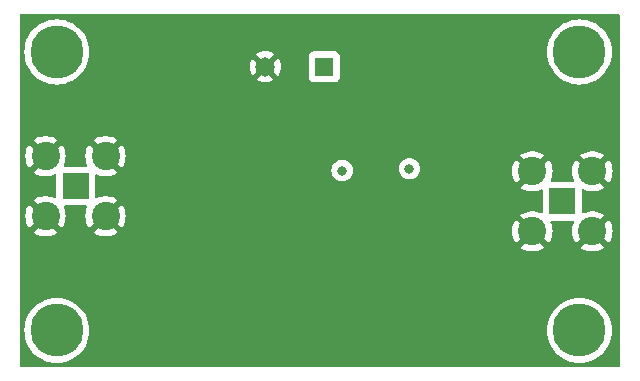
<source format=gbr>
%TF.GenerationSoftware,KiCad,Pcbnew,7.0.5*%
%TF.CreationDate,2023-11-04T20:08:50-04:00*%
%TF.ProjectId,LNA,4c4e412e-6b69-4636-9164-5f7063625858,rev?*%
%TF.SameCoordinates,Original*%
%TF.FileFunction,Copper,L4,Bot*%
%TF.FilePolarity,Positive*%
%FSLAX46Y46*%
G04 Gerber Fmt 4.6, Leading zero omitted, Abs format (unit mm)*
G04 Created by KiCad (PCBNEW 7.0.5) date 2023-11-04 20:08:50*
%MOMM*%
%LPD*%
G01*
G04 APERTURE LIST*
%TA.AperFunction,ComponentPad*%
%ADD10R,2.250000X2.250000*%
%TD*%
%TA.AperFunction,ComponentPad*%
%ADD11C,2.400000*%
%TD*%
%TA.AperFunction,ComponentPad*%
%ADD12C,4.500000*%
%TD*%
%TA.AperFunction,ComponentPad*%
%ADD13R,1.650000X1.650000*%
%TD*%
%TA.AperFunction,ComponentPad*%
%ADD14C,1.650000*%
%TD*%
%TA.AperFunction,ViaPad*%
%ADD15C,0.800000*%
%TD*%
G04 APERTURE END LIST*
D10*
%TO.P,J2,1,1*%
%TO.N,LNA_INPUT*%
X151355000Y-118710000D03*
D11*
%TO.P,J2,2,2*%
%TO.N,GND*%
X153895000Y-121250000D03*
%TO.P,J2,3,3*%
X153895000Y-116170000D03*
%TO.P,J2,4,4*%
X148815000Y-116170000D03*
%TO.P,J2,5,5*%
X148815000Y-121250000D03*
%TD*%
D12*
%TO.P,,1*%
%TO.N,N/C*%
X149770000Y-130930000D03*
%TD*%
D13*
%TO.P,J1,01,01*%
%TO.N,+3.3V*%
X172420000Y-108600000D03*
D14*
%TO.P,J1,02,02*%
%TO.N,GND*%
X167420000Y-108600000D03*
%TD*%
D12*
%TO.P,,1*%
%TO.N,N/C*%
X194020000Y-130930000D03*
%TD*%
%TO.P,,1*%
%TO.N,N/C*%
X149770000Y-107350000D03*
%TD*%
D10*
%TO.P,J3,1,1*%
%TO.N,LNA_OUTPUT*%
X192575000Y-120000000D03*
D11*
%TO.P,J3,2,2*%
%TO.N,GND*%
X190035000Y-117460000D03*
%TO.P,J3,3,3*%
X190035000Y-122540000D03*
%TO.P,J3,4,4*%
X195115000Y-122540000D03*
%TO.P,J3,5,5*%
X195115000Y-117460000D03*
%TD*%
D12*
%TO.P,,1*%
%TO.N,N/C*%
X194020000Y-107350000D03*
%TD*%
D15*
%TO.N,GND*%
X171610000Y-120100000D03*
X165652856Y-120100000D03*
X187960000Y-133350000D03*
X181610000Y-111760000D03*
X163890000Y-117470000D03*
X152400000Y-127000000D03*
X186809272Y-130222354D03*
X178868558Y-131194686D03*
X169520000Y-120080000D03*
X185890000Y-118650000D03*
X178808568Y-121320000D03*
X188468000Y-118872000D03*
X160315712Y-117470000D03*
X182287140Y-118630000D03*
X190500000Y-128270000D03*
X158515712Y-120020000D03*
X165100000Y-130810000D03*
X172720000Y-132080000D03*
X156210000Y-124460000D03*
X158708870Y-109317211D03*
X182771428Y-121320000D03*
X163830000Y-106680000D03*
X166242856Y-117540000D03*
X152400000Y-111760000D03*
X179360000Y-115830000D03*
X181095712Y-118630000D03*
X183962856Y-121320000D03*
X159707140Y-120020000D03*
X189230000Y-127000000D03*
X155176063Y-113498239D03*
X164461428Y-120100000D03*
X178712856Y-118630000D03*
X165051428Y-117540000D03*
X174470000Y-115860000D03*
X170420000Y-119530000D03*
X184150000Y-132080000D03*
X168035712Y-120100000D03*
X185420000Y-127000000D03*
X168910000Y-130810000D03*
X162090000Y-120020000D03*
X162209266Y-128050812D03*
X166357884Y-115572548D03*
X157480000Y-111760000D03*
X186971327Y-114697449D03*
X187730000Y-120980000D03*
X185448007Y-123221562D03*
X185154284Y-121320000D03*
X181610000Y-129540000D03*
X157480000Y-128270000D03*
X156741428Y-117470000D03*
X156132856Y-120020000D03*
X161290000Y-109220000D03*
X161507140Y-117470000D03*
X162954721Y-113012073D03*
X184670000Y-118630000D03*
X173990000Y-125730000D03*
X159746024Y-113919583D03*
X157324284Y-120020000D03*
X187651960Y-109479266D03*
X180391879Y-126559902D03*
X182880000Y-115570000D03*
X168625712Y-117540000D03*
X176530000Y-129540000D03*
X181180000Y-107610000D03*
X171008568Y-117540000D03*
X187960000Y-107950000D03*
X176425712Y-121320000D03*
X148590000Y-111760000D03*
X162698568Y-117470000D03*
X153670000Y-109220000D03*
X179904284Y-118630000D03*
X172200000Y-117540000D03*
X167434284Y-117540000D03*
X169696224Y-114243694D03*
X170180000Y-128270000D03*
X185420000Y-107950000D03*
X177521428Y-118630000D03*
X149860000Y-113030000D03*
X195657495Y-111974919D03*
X184150000Y-111760000D03*
X177617140Y-121320000D03*
X157480000Y-130810000D03*
X186560000Y-121270000D03*
X169817140Y-117540000D03*
X176530000Y-124460000D03*
X180000000Y-121320000D03*
X162403732Y-111002586D03*
X160898568Y-120020000D03*
X172418755Y-115442904D03*
X165100000Y-125730000D03*
X189230000Y-111760000D03*
X161290000Y-111760000D03*
X162533377Y-115507726D03*
X187110000Y-118830000D03*
X159124284Y-117470000D03*
X160199779Y-106497447D03*
X148590000Y-124460000D03*
X166844284Y-120100000D03*
X157932856Y-117470000D03*
X160020000Y-124460000D03*
X167640000Y-124460000D03*
X154592663Y-106043692D03*
X183478568Y-118630000D03*
X156210000Y-106680000D03*
%TO.N,+3.3V*%
X173920000Y-117400000D03*
X179630000Y-117240000D03*
%TD*%
%TA.AperFunction,Conductor*%
%TO.N,GND*%
G36*
X197392539Y-104130185D02*
G01*
X197438294Y-104182989D01*
X197449500Y-104234500D01*
X197449500Y-133915500D01*
X197429815Y-133982539D01*
X197377011Y-134028294D01*
X197325500Y-134039500D01*
X146774500Y-134039500D01*
X146707461Y-134019815D01*
X146661706Y-133967011D01*
X146650500Y-133915500D01*
X146650500Y-130930000D01*
X147014473Y-130930000D01*
X147034563Y-131262136D01*
X147034563Y-131262141D01*
X147034564Y-131262142D01*
X147094544Y-131589441D01*
X147094545Y-131589445D01*
X147094546Y-131589449D01*
X147193530Y-131907104D01*
X147193534Y-131907116D01*
X147193537Y-131907123D01*
X147330102Y-132210557D01*
X147502246Y-132495318D01*
X147502251Y-132495326D01*
X147707460Y-132757255D01*
X147942744Y-132992539D01*
X148204673Y-133197748D01*
X148204678Y-133197751D01*
X148204682Y-133197754D01*
X148489443Y-133369898D01*
X148792877Y-133506463D01*
X148792890Y-133506467D01*
X148792895Y-133506469D01*
X149004665Y-133572458D01*
X149110559Y-133605456D01*
X149437858Y-133665436D01*
X149770000Y-133685527D01*
X150102142Y-133665436D01*
X150429441Y-133605456D01*
X150747123Y-133506463D01*
X151050557Y-133369898D01*
X151335318Y-133197754D01*
X151597252Y-132992542D01*
X151832542Y-132757252D01*
X152037754Y-132495318D01*
X152209898Y-132210557D01*
X152346463Y-131907123D01*
X152445456Y-131589441D01*
X152505436Y-131262142D01*
X152525527Y-130930000D01*
X152525527Y-130929999D01*
X191264473Y-130929999D01*
X191284563Y-131262136D01*
X191284563Y-131262141D01*
X191284564Y-131262142D01*
X191344544Y-131589441D01*
X191344545Y-131589445D01*
X191344546Y-131589449D01*
X191443530Y-131907104D01*
X191443534Y-131907116D01*
X191443537Y-131907123D01*
X191580102Y-132210557D01*
X191752246Y-132495318D01*
X191752251Y-132495326D01*
X191957460Y-132757255D01*
X192192744Y-132992539D01*
X192454673Y-133197748D01*
X192454678Y-133197751D01*
X192454682Y-133197754D01*
X192739443Y-133369898D01*
X193042877Y-133506463D01*
X193042890Y-133506467D01*
X193042895Y-133506469D01*
X193254665Y-133572458D01*
X193360559Y-133605456D01*
X193687858Y-133665436D01*
X194020000Y-133685527D01*
X194352142Y-133665436D01*
X194679441Y-133605456D01*
X194997123Y-133506463D01*
X195300557Y-133369898D01*
X195585318Y-133197754D01*
X195847252Y-132992542D01*
X196082542Y-132757252D01*
X196287754Y-132495318D01*
X196459898Y-132210557D01*
X196596463Y-131907123D01*
X196695456Y-131589441D01*
X196755436Y-131262142D01*
X196775527Y-130930000D01*
X196755436Y-130597858D01*
X196695456Y-130270559D01*
X196596463Y-129952877D01*
X196459898Y-129649443D01*
X196287754Y-129364682D01*
X196287751Y-129364678D01*
X196287748Y-129364673D01*
X196082539Y-129102744D01*
X195847255Y-128867460D01*
X195585326Y-128662251D01*
X195585318Y-128662246D01*
X195300557Y-128490102D01*
X194997123Y-128353537D01*
X194997116Y-128353534D01*
X194997104Y-128353530D01*
X194679449Y-128254546D01*
X194679445Y-128254545D01*
X194679441Y-128254544D01*
X194352142Y-128194564D01*
X194352141Y-128194563D01*
X194352136Y-128194563D01*
X194020000Y-128174473D01*
X193687863Y-128194563D01*
X193687857Y-128194564D01*
X193687858Y-128194564D01*
X193360559Y-128254544D01*
X193360556Y-128254544D01*
X193360550Y-128254546D01*
X193042895Y-128353530D01*
X193042879Y-128353536D01*
X193042877Y-128353537D01*
X192849656Y-128440498D01*
X192739447Y-128490100D01*
X192739445Y-128490101D01*
X192454673Y-128662251D01*
X192192744Y-128867460D01*
X191957460Y-129102744D01*
X191752251Y-129364673D01*
X191580101Y-129649445D01*
X191580100Y-129649447D01*
X191443536Y-129952880D01*
X191443530Y-129952895D01*
X191344546Y-130270550D01*
X191284563Y-130597863D01*
X191264473Y-130929999D01*
X152525527Y-130929999D01*
X152505436Y-130597858D01*
X152445456Y-130270559D01*
X152346463Y-129952877D01*
X152209898Y-129649443D01*
X152037754Y-129364682D01*
X152037751Y-129364678D01*
X152037748Y-129364673D01*
X151832539Y-129102744D01*
X151597255Y-128867460D01*
X151335326Y-128662251D01*
X151335318Y-128662246D01*
X151050557Y-128490102D01*
X150747123Y-128353537D01*
X150747116Y-128353534D01*
X150747104Y-128353530D01*
X150429449Y-128254546D01*
X150429445Y-128254545D01*
X150429441Y-128254544D01*
X150102142Y-128194564D01*
X150102141Y-128194563D01*
X150102136Y-128194563D01*
X149770000Y-128174473D01*
X149437863Y-128194563D01*
X149437857Y-128194564D01*
X149437858Y-128194564D01*
X149110559Y-128254544D01*
X149110556Y-128254544D01*
X149110550Y-128254546D01*
X148792895Y-128353530D01*
X148792879Y-128353536D01*
X148792877Y-128353537D01*
X148599656Y-128440498D01*
X148489447Y-128490100D01*
X148489445Y-128490101D01*
X148204673Y-128662251D01*
X147942744Y-128867460D01*
X147707460Y-129102744D01*
X147502251Y-129364673D01*
X147330101Y-129649445D01*
X147330100Y-129649447D01*
X147193536Y-129952880D01*
X147193530Y-129952895D01*
X147094546Y-130270550D01*
X147034563Y-130597863D01*
X147014473Y-130930000D01*
X146650500Y-130930000D01*
X146650500Y-121250004D01*
X147110233Y-121250004D01*
X147129273Y-121504079D01*
X147185968Y-121752477D01*
X147185973Y-121752494D01*
X147279058Y-121989671D01*
X147279057Y-121989671D01*
X147406457Y-122210332D01*
X147448452Y-122262993D01*
X147448453Y-122262993D01*
X148098338Y-121613108D01*
X148185577Y-121751948D01*
X148313052Y-121879423D01*
X148451890Y-121966661D01*
X147801813Y-122616737D01*
X147962623Y-122726375D01*
X147962624Y-122726376D01*
X148192176Y-122836921D01*
X148192174Y-122836921D01*
X148435652Y-122912024D01*
X148435658Y-122912026D01*
X148687595Y-122949999D01*
X148687604Y-122950000D01*
X148942396Y-122950000D01*
X148942404Y-122949999D01*
X149194341Y-122912026D01*
X149194347Y-122912024D01*
X149437824Y-122836921D01*
X149667381Y-122726373D01*
X149828185Y-122616737D01*
X149178108Y-121966661D01*
X149316948Y-121879423D01*
X149444423Y-121751948D01*
X149531661Y-121613108D01*
X150181545Y-122262993D01*
X150223545Y-122210327D01*
X150350941Y-121989671D01*
X150444026Y-121752494D01*
X150444031Y-121752477D01*
X150500726Y-121504079D01*
X150519767Y-121250004D01*
X150519767Y-121249995D01*
X150500726Y-120995920D01*
X150444031Y-120747522D01*
X150444026Y-120747505D01*
X150349247Y-120506010D01*
X150351051Y-120505301D01*
X150341023Y-120444341D01*
X150368755Y-120380210D01*
X150426756Y-120341254D01*
X150464087Y-120335499D01*
X152245907Y-120335499D01*
X152312946Y-120355184D01*
X152358701Y-120407988D01*
X152368645Y-120477146D01*
X152359947Y-120505693D01*
X152360753Y-120506010D01*
X152265973Y-120747505D01*
X152265968Y-120747522D01*
X152209273Y-120995920D01*
X152190233Y-121249995D01*
X152190233Y-121250004D01*
X152209273Y-121504079D01*
X152265968Y-121752477D01*
X152265973Y-121752494D01*
X152359058Y-121989671D01*
X152359057Y-121989671D01*
X152486457Y-122210332D01*
X152528452Y-122262993D01*
X153178338Y-121613107D01*
X153265577Y-121751948D01*
X153393052Y-121879423D01*
X153531890Y-121966661D01*
X152881813Y-122616737D01*
X153042623Y-122726375D01*
X153042624Y-122726376D01*
X153272176Y-122836921D01*
X153272174Y-122836921D01*
X153515652Y-122912024D01*
X153515658Y-122912026D01*
X153767595Y-122949999D01*
X153767604Y-122950000D01*
X154022396Y-122950000D01*
X154022404Y-122949999D01*
X154274341Y-122912026D01*
X154274347Y-122912024D01*
X154517824Y-122836921D01*
X154747381Y-122726373D01*
X154908185Y-122616737D01*
X154831452Y-122540004D01*
X188330233Y-122540004D01*
X188349273Y-122794079D01*
X188405968Y-123042477D01*
X188405973Y-123042494D01*
X188499058Y-123279671D01*
X188499057Y-123279671D01*
X188626457Y-123500332D01*
X188668452Y-123552993D01*
X188668453Y-123552993D01*
X189318338Y-122903108D01*
X189405577Y-123041948D01*
X189533052Y-123169423D01*
X189671890Y-123256660D01*
X189021813Y-123906737D01*
X189182623Y-124016375D01*
X189182624Y-124016376D01*
X189412176Y-124126921D01*
X189412174Y-124126921D01*
X189655652Y-124202024D01*
X189655658Y-124202026D01*
X189907595Y-124239999D01*
X189907604Y-124240000D01*
X190162396Y-124240000D01*
X190162404Y-124239999D01*
X190414341Y-124202026D01*
X190414347Y-124202024D01*
X190657824Y-124126921D01*
X190887381Y-124016373D01*
X191048185Y-123906737D01*
X190398109Y-123256660D01*
X190536948Y-123169423D01*
X190664423Y-123041948D01*
X190751661Y-122903108D01*
X191401545Y-123552993D01*
X191443545Y-123500327D01*
X191570941Y-123279671D01*
X191664026Y-123042494D01*
X191664031Y-123042477D01*
X191720726Y-122794079D01*
X191739767Y-122540004D01*
X191739767Y-122539995D01*
X191720726Y-122285920D01*
X191664031Y-122037522D01*
X191664026Y-122037505D01*
X191569247Y-121796010D01*
X191571051Y-121795301D01*
X191561023Y-121734341D01*
X191588755Y-121670210D01*
X191646756Y-121631254D01*
X191684087Y-121625499D01*
X193465907Y-121625499D01*
X193532946Y-121645184D01*
X193578701Y-121697988D01*
X193588645Y-121767146D01*
X193579947Y-121795693D01*
X193580753Y-121796010D01*
X193485973Y-122037505D01*
X193485968Y-122037522D01*
X193429273Y-122285920D01*
X193410233Y-122539995D01*
X193410233Y-122540004D01*
X193429273Y-122794079D01*
X193485968Y-123042477D01*
X193485973Y-123042494D01*
X193579058Y-123279671D01*
X193579057Y-123279671D01*
X193706457Y-123500332D01*
X193748452Y-123552993D01*
X194398338Y-122903107D01*
X194485577Y-123041948D01*
X194613052Y-123169423D01*
X194751890Y-123256661D01*
X194101813Y-123906737D01*
X194262623Y-124016375D01*
X194262624Y-124016376D01*
X194492176Y-124126921D01*
X194492174Y-124126921D01*
X194735652Y-124202024D01*
X194735658Y-124202026D01*
X194987595Y-124239999D01*
X194987604Y-124240000D01*
X195242396Y-124240000D01*
X195242404Y-124239999D01*
X195494341Y-124202026D01*
X195494347Y-124202024D01*
X195737824Y-124126921D01*
X195967381Y-124016373D01*
X196128185Y-123906737D01*
X195478108Y-123256661D01*
X195616948Y-123169423D01*
X195744423Y-123041948D01*
X195831661Y-122903108D01*
X196481545Y-123552993D01*
X196523545Y-123500327D01*
X196650941Y-123279671D01*
X196744026Y-123042494D01*
X196744031Y-123042477D01*
X196800726Y-122794079D01*
X196819767Y-122540004D01*
X196819767Y-122539995D01*
X196800726Y-122285920D01*
X196744031Y-122037522D01*
X196744026Y-122037505D01*
X196650941Y-121800328D01*
X196650942Y-121800328D01*
X196523544Y-121579671D01*
X196481546Y-121527006D01*
X195831661Y-122176890D01*
X195744423Y-122038052D01*
X195616948Y-121910577D01*
X195478108Y-121823338D01*
X196128185Y-121173261D01*
X195967377Y-121063624D01*
X195967376Y-121063623D01*
X195737823Y-120953078D01*
X195737825Y-120953078D01*
X195494347Y-120877975D01*
X195494341Y-120877973D01*
X195242404Y-120840000D01*
X194987595Y-120840000D01*
X194735658Y-120877973D01*
X194735652Y-120877975D01*
X194492175Y-120953078D01*
X194378300Y-121007918D01*
X194309359Y-121019270D01*
X194245225Y-120991548D01*
X194206259Y-120933552D01*
X194200499Y-120896203D01*
X194200499Y-119103801D01*
X194220184Y-119036763D01*
X194272988Y-118991008D01*
X194342146Y-118981064D01*
X194378300Y-118992082D01*
X194492176Y-119046921D01*
X194492174Y-119046921D01*
X194735652Y-119122024D01*
X194735658Y-119122026D01*
X194987595Y-119159999D01*
X194987604Y-119160000D01*
X195242396Y-119160000D01*
X195242404Y-119159999D01*
X195494341Y-119122026D01*
X195494347Y-119122024D01*
X195737824Y-119046921D01*
X195967381Y-118936373D01*
X196128185Y-118826737D01*
X195478108Y-118176661D01*
X195616948Y-118089423D01*
X195744423Y-117961948D01*
X195831661Y-117823108D01*
X196481545Y-118472993D01*
X196523545Y-118420327D01*
X196650941Y-118199671D01*
X196744026Y-117962494D01*
X196744031Y-117962477D01*
X196800726Y-117714079D01*
X196819767Y-117460004D01*
X196819767Y-117459995D01*
X196800726Y-117205920D01*
X196744031Y-116957522D01*
X196744026Y-116957505D01*
X196650941Y-116720328D01*
X196650942Y-116720328D01*
X196523544Y-116499671D01*
X196481546Y-116447006D01*
X195831661Y-117096890D01*
X195744423Y-116958052D01*
X195616948Y-116830577D01*
X195478108Y-116743338D01*
X196128185Y-116093261D01*
X195967377Y-115983624D01*
X195967376Y-115983623D01*
X195737823Y-115873078D01*
X195737825Y-115873078D01*
X195494347Y-115797975D01*
X195494341Y-115797973D01*
X195242404Y-115760000D01*
X194987595Y-115760000D01*
X194735658Y-115797973D01*
X194735652Y-115797975D01*
X194492175Y-115873078D01*
X194262624Y-115983623D01*
X194262616Y-115983628D01*
X194101813Y-116093261D01*
X194751891Y-116743338D01*
X194613052Y-116830577D01*
X194485577Y-116958052D01*
X194398338Y-117096891D01*
X193748453Y-116447006D01*
X193706455Y-116499670D01*
X193579058Y-116720328D01*
X193485973Y-116957505D01*
X193485968Y-116957522D01*
X193429273Y-117205920D01*
X193410233Y-117459995D01*
X193410233Y-117460004D01*
X193429273Y-117714079D01*
X193485968Y-117962477D01*
X193485973Y-117962494D01*
X193580753Y-118203990D01*
X193578940Y-118204701D01*
X193588982Y-118265618D01*
X193561271Y-118329758D01*
X193503282Y-118368733D01*
X193465907Y-118374500D01*
X191684093Y-118374500D01*
X191617054Y-118354815D01*
X191571299Y-118302011D01*
X191561355Y-118232853D01*
X191570056Y-118204307D01*
X191569247Y-118203990D01*
X191664026Y-117962494D01*
X191664031Y-117962477D01*
X191720726Y-117714079D01*
X191739767Y-117460004D01*
X191739767Y-117459995D01*
X191720726Y-117205920D01*
X191664031Y-116957522D01*
X191664026Y-116957505D01*
X191570941Y-116720328D01*
X191570942Y-116720328D01*
X191443544Y-116499671D01*
X191401545Y-116447005D01*
X190751660Y-117096890D01*
X190664423Y-116958052D01*
X190536948Y-116830577D01*
X190398108Y-116743338D01*
X191048185Y-116093261D01*
X190887377Y-115983624D01*
X190887376Y-115983623D01*
X190657823Y-115873078D01*
X190657825Y-115873078D01*
X190414347Y-115797975D01*
X190414341Y-115797973D01*
X190162404Y-115760000D01*
X189907595Y-115760000D01*
X189655658Y-115797973D01*
X189655652Y-115797975D01*
X189412175Y-115873078D01*
X189182624Y-115983623D01*
X189182616Y-115983628D01*
X189021813Y-116093261D01*
X189671891Y-116743338D01*
X189533052Y-116830577D01*
X189405577Y-116958052D01*
X189318338Y-117096891D01*
X188668453Y-116447006D01*
X188626455Y-116499670D01*
X188499058Y-116720328D01*
X188405973Y-116957505D01*
X188405968Y-116957522D01*
X188349273Y-117205920D01*
X188330233Y-117459995D01*
X188330233Y-117460004D01*
X188349273Y-117714079D01*
X188405968Y-117962477D01*
X188405973Y-117962494D01*
X188499058Y-118199671D01*
X188499057Y-118199671D01*
X188626457Y-118420332D01*
X188668452Y-118472993D01*
X188668453Y-118472993D01*
X189318338Y-117823108D01*
X189405577Y-117961948D01*
X189533052Y-118089423D01*
X189671890Y-118176661D01*
X189021813Y-118826737D01*
X189182623Y-118936375D01*
X189182624Y-118936376D01*
X189412176Y-119046921D01*
X189412174Y-119046921D01*
X189655652Y-119122024D01*
X189655658Y-119122026D01*
X189907595Y-119159999D01*
X189907604Y-119160000D01*
X190162396Y-119160000D01*
X190162404Y-119159999D01*
X190414341Y-119122026D01*
X190414347Y-119122024D01*
X190657821Y-119046922D01*
X190771698Y-118992082D01*
X190840639Y-118980730D01*
X190904774Y-119008452D01*
X190943740Y-119066447D01*
X190949500Y-119103802D01*
X190949500Y-120896197D01*
X190929815Y-120963236D01*
X190877011Y-121008991D01*
X190807853Y-121018935D01*
X190771699Y-121007917D01*
X190657823Y-120953078D01*
X190657825Y-120953078D01*
X190414347Y-120877975D01*
X190414341Y-120877973D01*
X190162404Y-120840000D01*
X189907595Y-120840000D01*
X189655658Y-120877973D01*
X189655652Y-120877975D01*
X189412175Y-120953078D01*
X189182624Y-121063623D01*
X189182616Y-121063628D01*
X189021813Y-121173261D01*
X189671891Y-121823338D01*
X189533052Y-121910577D01*
X189405577Y-122038052D01*
X189318338Y-122176891D01*
X188668453Y-121527006D01*
X188626455Y-121579670D01*
X188499058Y-121800328D01*
X188405973Y-122037505D01*
X188405968Y-122037522D01*
X188349273Y-122285920D01*
X188330233Y-122539995D01*
X188330233Y-122540004D01*
X154831452Y-122540004D01*
X154258108Y-121966661D01*
X154396948Y-121879423D01*
X154524423Y-121751948D01*
X154611661Y-121613109D01*
X155261545Y-122262993D01*
X155303545Y-122210327D01*
X155430941Y-121989671D01*
X155524026Y-121752494D01*
X155524031Y-121752477D01*
X155580726Y-121504079D01*
X155599767Y-121250004D01*
X155599767Y-121249995D01*
X155580726Y-120995920D01*
X155524031Y-120747522D01*
X155524026Y-120747505D01*
X155430941Y-120510328D01*
X155430942Y-120510328D01*
X155303544Y-120289671D01*
X155261545Y-120237005D01*
X154611660Y-120886890D01*
X154524423Y-120748052D01*
X154396948Y-120620577D01*
X154258108Y-120533338D01*
X154908185Y-119883261D01*
X154747377Y-119773624D01*
X154747376Y-119773623D01*
X154517823Y-119663078D01*
X154517825Y-119663078D01*
X154274347Y-119587975D01*
X154274341Y-119587973D01*
X154022404Y-119550000D01*
X153767595Y-119550000D01*
X153515658Y-119587973D01*
X153515652Y-119587975D01*
X153272175Y-119663078D01*
X153158300Y-119717918D01*
X153089359Y-119729270D01*
X153025225Y-119701548D01*
X152986259Y-119643552D01*
X152980499Y-119606203D01*
X152980499Y-117813801D01*
X153000184Y-117746763D01*
X153052988Y-117701008D01*
X153122146Y-117691064D01*
X153158300Y-117702082D01*
X153272176Y-117756921D01*
X153272174Y-117756921D01*
X153515652Y-117832024D01*
X153515658Y-117832026D01*
X153767595Y-117869999D01*
X153767604Y-117870000D01*
X154022396Y-117870000D01*
X154022404Y-117869999D01*
X154274341Y-117832026D01*
X154274347Y-117832024D01*
X154517824Y-117756921D01*
X154747381Y-117646373D01*
X154908185Y-117536737D01*
X154771448Y-117400000D01*
X173014540Y-117400000D01*
X173034326Y-117588256D01*
X173034327Y-117588259D01*
X173092818Y-117768277D01*
X173092821Y-117768284D01*
X173187467Y-117932216D01*
X173214730Y-117962494D01*
X173314129Y-118072888D01*
X173467265Y-118184148D01*
X173467270Y-118184151D01*
X173640192Y-118261142D01*
X173640197Y-118261144D01*
X173825354Y-118300500D01*
X173825355Y-118300500D01*
X174014644Y-118300500D01*
X174014646Y-118300500D01*
X174199803Y-118261144D01*
X174372730Y-118184151D01*
X174525871Y-118072888D01*
X174652533Y-117932216D01*
X174747179Y-117768284D01*
X174805674Y-117588256D01*
X174825460Y-117400000D01*
X174808644Y-117240000D01*
X178724540Y-117240000D01*
X178744326Y-117428256D01*
X178744327Y-117428259D01*
X178802818Y-117608277D01*
X178802821Y-117608284D01*
X178897467Y-117772216D01*
X179024128Y-117912888D01*
X179024129Y-117912888D01*
X179177265Y-118024148D01*
X179177270Y-118024151D01*
X179350192Y-118101142D01*
X179350197Y-118101144D01*
X179535354Y-118140500D01*
X179535355Y-118140500D01*
X179724644Y-118140500D01*
X179724646Y-118140500D01*
X179909803Y-118101144D01*
X180082730Y-118024151D01*
X180235871Y-117912888D01*
X180362533Y-117772216D01*
X180457179Y-117608284D01*
X180515674Y-117428256D01*
X180535460Y-117240000D01*
X180515674Y-117051744D01*
X180457179Y-116871716D01*
X180362533Y-116707784D01*
X180235871Y-116567112D01*
X180235870Y-116567111D01*
X180082734Y-116455851D01*
X180082729Y-116455848D01*
X179909807Y-116378857D01*
X179909802Y-116378855D01*
X179764001Y-116347865D01*
X179724646Y-116339500D01*
X179535354Y-116339500D01*
X179502897Y-116346398D01*
X179350197Y-116378855D01*
X179350192Y-116378857D01*
X179177270Y-116455848D01*
X179177265Y-116455851D01*
X179024129Y-116567111D01*
X178897466Y-116707785D01*
X178802821Y-116871715D01*
X178802818Y-116871722D01*
X178744327Y-117051740D01*
X178744326Y-117051744D01*
X178724540Y-117240000D01*
X174808644Y-117240000D01*
X174805674Y-117211744D01*
X174747179Y-117031716D01*
X174652533Y-116867784D01*
X174525871Y-116727112D01*
X174499270Y-116707785D01*
X174372734Y-116615851D01*
X174372729Y-116615848D01*
X174199807Y-116538857D01*
X174199802Y-116538855D01*
X174015450Y-116499671D01*
X174014646Y-116499500D01*
X173825354Y-116499500D01*
X173824550Y-116499671D01*
X173640197Y-116538855D01*
X173640192Y-116538857D01*
X173467270Y-116615848D01*
X173467265Y-116615851D01*
X173314129Y-116727111D01*
X173187466Y-116867785D01*
X173092821Y-117031715D01*
X173092818Y-117031722D01*
X173036218Y-117205920D01*
X173034326Y-117211744D01*
X173014540Y-117400000D01*
X154771448Y-117400000D01*
X154258108Y-116886661D01*
X154396948Y-116799423D01*
X154524423Y-116671948D01*
X154611661Y-116533108D01*
X155261545Y-117182993D01*
X155303545Y-117130327D01*
X155430941Y-116909671D01*
X155524026Y-116672494D01*
X155524031Y-116672477D01*
X155580726Y-116424079D01*
X155599767Y-116170004D01*
X155599767Y-116169995D01*
X155580726Y-115915920D01*
X155524031Y-115667522D01*
X155524026Y-115667505D01*
X155430941Y-115430328D01*
X155430942Y-115430328D01*
X155303544Y-115209671D01*
X155261546Y-115157006D01*
X154611661Y-115806890D01*
X154524423Y-115668052D01*
X154396948Y-115540577D01*
X154258108Y-115453338D01*
X154908185Y-114803261D01*
X154747377Y-114693624D01*
X154747376Y-114693623D01*
X154517823Y-114583078D01*
X154517825Y-114583078D01*
X154274347Y-114507975D01*
X154274341Y-114507973D01*
X154022404Y-114470000D01*
X153767595Y-114470000D01*
X153515658Y-114507973D01*
X153515652Y-114507975D01*
X153272175Y-114583078D01*
X153042624Y-114693623D01*
X153042616Y-114693628D01*
X152881813Y-114803261D01*
X153531891Y-115453338D01*
X153393052Y-115540577D01*
X153265577Y-115668052D01*
X153178338Y-115806891D01*
X152528453Y-115157006D01*
X152486455Y-115209670D01*
X152359058Y-115430328D01*
X152265973Y-115667505D01*
X152265968Y-115667522D01*
X152209273Y-115915920D01*
X152190233Y-116169995D01*
X152190233Y-116170004D01*
X152209273Y-116424079D01*
X152265968Y-116672477D01*
X152265973Y-116672494D01*
X152360753Y-116913990D01*
X152358940Y-116914701D01*
X152368982Y-116975618D01*
X152341271Y-117039758D01*
X152283282Y-117078733D01*
X152245907Y-117084500D01*
X150464093Y-117084500D01*
X150397054Y-117064815D01*
X150351299Y-117012011D01*
X150341355Y-116942853D01*
X150350056Y-116914307D01*
X150349247Y-116913990D01*
X150444026Y-116672494D01*
X150444031Y-116672477D01*
X150500726Y-116424079D01*
X150519767Y-116170004D01*
X150519767Y-116169995D01*
X150500726Y-115915920D01*
X150444031Y-115667522D01*
X150444026Y-115667505D01*
X150350941Y-115430328D01*
X150350942Y-115430328D01*
X150223544Y-115209671D01*
X150181545Y-115157005D01*
X149531660Y-115806890D01*
X149444423Y-115668052D01*
X149316948Y-115540577D01*
X149178108Y-115453338D01*
X149828185Y-114803261D01*
X149667377Y-114693624D01*
X149667376Y-114693623D01*
X149437823Y-114583078D01*
X149437825Y-114583078D01*
X149194347Y-114507975D01*
X149194341Y-114507973D01*
X148942404Y-114470000D01*
X148687595Y-114470000D01*
X148435658Y-114507973D01*
X148435652Y-114507975D01*
X148192175Y-114583078D01*
X147962624Y-114693623D01*
X147962616Y-114693628D01*
X147801813Y-114803261D01*
X148451891Y-115453338D01*
X148313052Y-115540577D01*
X148185577Y-115668052D01*
X148098339Y-115806890D01*
X147448453Y-115157006D01*
X147406455Y-115209670D01*
X147279058Y-115430328D01*
X147185973Y-115667505D01*
X147185968Y-115667522D01*
X147129273Y-115915920D01*
X147110233Y-116169995D01*
X147110233Y-116170004D01*
X147129273Y-116424079D01*
X147185968Y-116672477D01*
X147185973Y-116672494D01*
X147279058Y-116909671D01*
X147279057Y-116909671D01*
X147406457Y-117130332D01*
X147448452Y-117182993D01*
X148098338Y-116533107D01*
X148185577Y-116671948D01*
X148313052Y-116799423D01*
X148451890Y-116886661D01*
X147801813Y-117536737D01*
X147962623Y-117646375D01*
X147962624Y-117646376D01*
X148192176Y-117756921D01*
X148192174Y-117756921D01*
X148435652Y-117832024D01*
X148435658Y-117832026D01*
X148687595Y-117869999D01*
X148687604Y-117870000D01*
X148942396Y-117870000D01*
X148942404Y-117869999D01*
X149194341Y-117832026D01*
X149194347Y-117832024D01*
X149437821Y-117756922D01*
X149551698Y-117702082D01*
X149620639Y-117690730D01*
X149684774Y-117718452D01*
X149723740Y-117776447D01*
X149729500Y-117813802D01*
X149729500Y-119606197D01*
X149709815Y-119673236D01*
X149657011Y-119718991D01*
X149587853Y-119728935D01*
X149551699Y-119717917D01*
X149437823Y-119663078D01*
X149437825Y-119663078D01*
X149194347Y-119587975D01*
X149194341Y-119587973D01*
X148942404Y-119550000D01*
X148687595Y-119550000D01*
X148435658Y-119587973D01*
X148435652Y-119587975D01*
X148192175Y-119663078D01*
X147962624Y-119773623D01*
X147962616Y-119773628D01*
X147801813Y-119883261D01*
X148451891Y-120533338D01*
X148313052Y-120620577D01*
X148185577Y-120748052D01*
X148098338Y-120886891D01*
X147448453Y-120237006D01*
X147406455Y-120289670D01*
X147279058Y-120510328D01*
X147185973Y-120747505D01*
X147185968Y-120747522D01*
X147129273Y-120995920D01*
X147110233Y-121249995D01*
X147110233Y-121250004D01*
X146650500Y-121250004D01*
X146650500Y-107349999D01*
X147014473Y-107349999D01*
X147034563Y-107682136D01*
X147034563Y-107682141D01*
X147034564Y-107682142D01*
X147094544Y-108009441D01*
X147094545Y-108009445D01*
X147094546Y-108009449D01*
X147193530Y-108327104D01*
X147193534Y-108327116D01*
X147193537Y-108327123D01*
X147330102Y-108630557D01*
X147502246Y-108915318D01*
X147502251Y-108915326D01*
X147707460Y-109177255D01*
X147942744Y-109412539D01*
X148204673Y-109617748D01*
X148204678Y-109617751D01*
X148204682Y-109617754D01*
X148489443Y-109789898D01*
X148792877Y-109926463D01*
X148792890Y-109926467D01*
X148792895Y-109926469D01*
X149004665Y-109992458D01*
X149110559Y-110025456D01*
X149437858Y-110085436D01*
X149770000Y-110105527D01*
X150102142Y-110085436D01*
X150429441Y-110025456D01*
X150747123Y-109926463D01*
X151050557Y-109789898D01*
X151335318Y-109617754D01*
X151597252Y-109412542D01*
X151832542Y-109177252D01*
X152037754Y-108915318D01*
X152209898Y-108630557D01*
X152223651Y-108600000D01*
X166089939Y-108600000D01*
X166110145Y-108830958D01*
X166110147Y-108830968D01*
X166170148Y-109054900D01*
X166170152Y-109054909D01*
X166268132Y-109265029D01*
X166268133Y-109265031D01*
X166323023Y-109343422D01*
X166323024Y-109343423D01*
X166817452Y-108848994D01*
X166827188Y-108878956D01*
X166915186Y-109017619D01*
X167034903Y-109130040D01*
X167169510Y-109204041D01*
X166676575Y-109696975D01*
X166754973Y-109751868D01*
X166965090Y-109849847D01*
X166965099Y-109849851D01*
X167189031Y-109909852D01*
X167189041Y-109909854D01*
X167419999Y-109930061D01*
X167420001Y-109930061D01*
X167650958Y-109909854D01*
X167650968Y-109909852D01*
X167874900Y-109849851D01*
X167874909Y-109849847D01*
X168085030Y-109751867D01*
X168163423Y-109696975D01*
X167939318Y-109472870D01*
X171094500Y-109472870D01*
X171094501Y-109472876D01*
X171100908Y-109532483D01*
X171151202Y-109667328D01*
X171151206Y-109667335D01*
X171237452Y-109782544D01*
X171237455Y-109782547D01*
X171352664Y-109868793D01*
X171352671Y-109868797D01*
X171487517Y-109919091D01*
X171487516Y-109919091D01*
X171494444Y-109919835D01*
X171547127Y-109925500D01*
X173292872Y-109925499D01*
X173352483Y-109919091D01*
X173487331Y-109868796D01*
X173602546Y-109782546D01*
X173688796Y-109667331D01*
X173739091Y-109532483D01*
X173745500Y-109472873D01*
X173745499Y-107727128D01*
X173739091Y-107667517D01*
X173688796Y-107532669D01*
X173688795Y-107532668D01*
X173688793Y-107532664D01*
X173602547Y-107417455D01*
X173602544Y-107417452D01*
X173512439Y-107349999D01*
X191264473Y-107349999D01*
X191284563Y-107682136D01*
X191284563Y-107682141D01*
X191284564Y-107682142D01*
X191344544Y-108009441D01*
X191344545Y-108009445D01*
X191344546Y-108009449D01*
X191443530Y-108327104D01*
X191443534Y-108327116D01*
X191443537Y-108327123D01*
X191580102Y-108630557D01*
X191752246Y-108915318D01*
X191752251Y-108915326D01*
X191957460Y-109177255D01*
X192192744Y-109412539D01*
X192454673Y-109617748D01*
X192454678Y-109617751D01*
X192454682Y-109617754D01*
X192739443Y-109789898D01*
X193042877Y-109926463D01*
X193042890Y-109926467D01*
X193042895Y-109926469D01*
X193254664Y-109992458D01*
X193360559Y-110025456D01*
X193687858Y-110085436D01*
X194020000Y-110105527D01*
X194352142Y-110085436D01*
X194679441Y-110025456D01*
X194997123Y-109926463D01*
X195300557Y-109789898D01*
X195585318Y-109617754D01*
X195847252Y-109412542D01*
X196082542Y-109177252D01*
X196287754Y-108915318D01*
X196459898Y-108630557D01*
X196596463Y-108327123D01*
X196695456Y-108009441D01*
X196755436Y-107682142D01*
X196775527Y-107350000D01*
X196755436Y-107017858D01*
X196695456Y-106690559D01*
X196596463Y-106372877D01*
X196459898Y-106069443D01*
X196287754Y-105784682D01*
X196287751Y-105784678D01*
X196287748Y-105784673D01*
X196082539Y-105522744D01*
X195847255Y-105287460D01*
X195585326Y-105082251D01*
X195585318Y-105082246D01*
X195300557Y-104910102D01*
X194997123Y-104773537D01*
X194997116Y-104773534D01*
X194997104Y-104773530D01*
X194679449Y-104674546D01*
X194679445Y-104674545D01*
X194679441Y-104674544D01*
X194352142Y-104614564D01*
X194352141Y-104614563D01*
X194352136Y-104614563D01*
X194020000Y-104594473D01*
X193687863Y-104614563D01*
X193687857Y-104614564D01*
X193687858Y-104614564D01*
X193360559Y-104674544D01*
X193360556Y-104674544D01*
X193360550Y-104674546D01*
X193042895Y-104773530D01*
X193042879Y-104773536D01*
X193042877Y-104773537D01*
X192849656Y-104860498D01*
X192739447Y-104910100D01*
X192739445Y-104910101D01*
X192454673Y-105082251D01*
X192192744Y-105287460D01*
X191957460Y-105522744D01*
X191752251Y-105784673D01*
X191580101Y-106069445D01*
X191580100Y-106069447D01*
X191443536Y-106372880D01*
X191443530Y-106372895D01*
X191344546Y-106690550D01*
X191284563Y-107017863D01*
X191264473Y-107349999D01*
X173512439Y-107349999D01*
X173487335Y-107331206D01*
X173487328Y-107331202D01*
X173352482Y-107280908D01*
X173352483Y-107280908D01*
X173292883Y-107274501D01*
X173292881Y-107274500D01*
X173292873Y-107274500D01*
X173292864Y-107274500D01*
X171547129Y-107274500D01*
X171547123Y-107274501D01*
X171487516Y-107280908D01*
X171352671Y-107331202D01*
X171352664Y-107331206D01*
X171237455Y-107417452D01*
X171237452Y-107417455D01*
X171151206Y-107532664D01*
X171151202Y-107532671D01*
X171100908Y-107667517D01*
X171094501Y-107727116D01*
X171094501Y-107727123D01*
X171094500Y-107727135D01*
X171094500Y-109472870D01*
X167939318Y-109472870D01*
X167667534Y-109201086D01*
X167735629Y-109174126D01*
X167868492Y-109077595D01*
X167973175Y-108951055D01*
X168021631Y-108848079D01*
X168516975Y-109343423D01*
X168571867Y-109265030D01*
X168669847Y-109054909D01*
X168669851Y-109054900D01*
X168729852Y-108830968D01*
X168729854Y-108830958D01*
X168750060Y-108600000D01*
X168750060Y-108599999D01*
X168729854Y-108369041D01*
X168729852Y-108369031D01*
X168669851Y-108145099D01*
X168669847Y-108145090D01*
X168571868Y-107934972D01*
X168516974Y-107856576D01*
X168022546Y-108351004D01*
X168012812Y-108321044D01*
X167924814Y-108182381D01*
X167805097Y-108069960D01*
X167670489Y-107995958D01*
X168163423Y-107503024D01*
X168163422Y-107503023D01*
X168085031Y-107448133D01*
X168085029Y-107448132D01*
X167874909Y-107350152D01*
X167874900Y-107350148D01*
X167650968Y-107290147D01*
X167650958Y-107290145D01*
X167420001Y-107269939D01*
X167419999Y-107269939D01*
X167189041Y-107290145D01*
X167189031Y-107290147D01*
X166965099Y-107350148D01*
X166965090Y-107350152D01*
X166754971Y-107448132D01*
X166754969Y-107448133D01*
X166676577Y-107503024D01*
X166676576Y-107503024D01*
X167172465Y-107998913D01*
X167104371Y-108025874D01*
X166971508Y-108122405D01*
X166866825Y-108248945D01*
X166818368Y-108351920D01*
X166323024Y-107856576D01*
X166323024Y-107856577D01*
X166268133Y-107934969D01*
X166268132Y-107934971D01*
X166170152Y-108145090D01*
X166170148Y-108145099D01*
X166110147Y-108369031D01*
X166110145Y-108369041D01*
X166089939Y-108599999D01*
X166089939Y-108600000D01*
X152223651Y-108600000D01*
X152346463Y-108327123D01*
X152445456Y-108009441D01*
X152505436Y-107682142D01*
X152525527Y-107350000D01*
X152505436Y-107017858D01*
X152445456Y-106690559D01*
X152346463Y-106372877D01*
X152209898Y-106069443D01*
X152037754Y-105784682D01*
X152037751Y-105784678D01*
X152037748Y-105784673D01*
X151832539Y-105522744D01*
X151597255Y-105287460D01*
X151335326Y-105082251D01*
X151335318Y-105082246D01*
X151050557Y-104910102D01*
X150747123Y-104773537D01*
X150747116Y-104773534D01*
X150747104Y-104773530D01*
X150429449Y-104674546D01*
X150429445Y-104674545D01*
X150429441Y-104674544D01*
X150102142Y-104614564D01*
X150102141Y-104614563D01*
X150102136Y-104614563D01*
X149770000Y-104594473D01*
X149437863Y-104614563D01*
X149437857Y-104614564D01*
X149437858Y-104614564D01*
X149110559Y-104674544D01*
X149110556Y-104674544D01*
X149110550Y-104674546D01*
X148792895Y-104773530D01*
X148792879Y-104773536D01*
X148792877Y-104773537D01*
X148599656Y-104860498D01*
X148489447Y-104910100D01*
X148489445Y-104910101D01*
X148204673Y-105082251D01*
X147942744Y-105287460D01*
X147707460Y-105522744D01*
X147502251Y-105784673D01*
X147330101Y-106069445D01*
X147330100Y-106069447D01*
X147193536Y-106372880D01*
X147193530Y-106372895D01*
X147094546Y-106690550D01*
X147034563Y-107017863D01*
X147014473Y-107349999D01*
X146650500Y-107349999D01*
X146650500Y-104234500D01*
X146670185Y-104167461D01*
X146722989Y-104121706D01*
X146774500Y-104110500D01*
X197325500Y-104110500D01*
X197392539Y-104130185D01*
G37*
%TD.AperFunction*%
%TD*%
M02*

</source>
